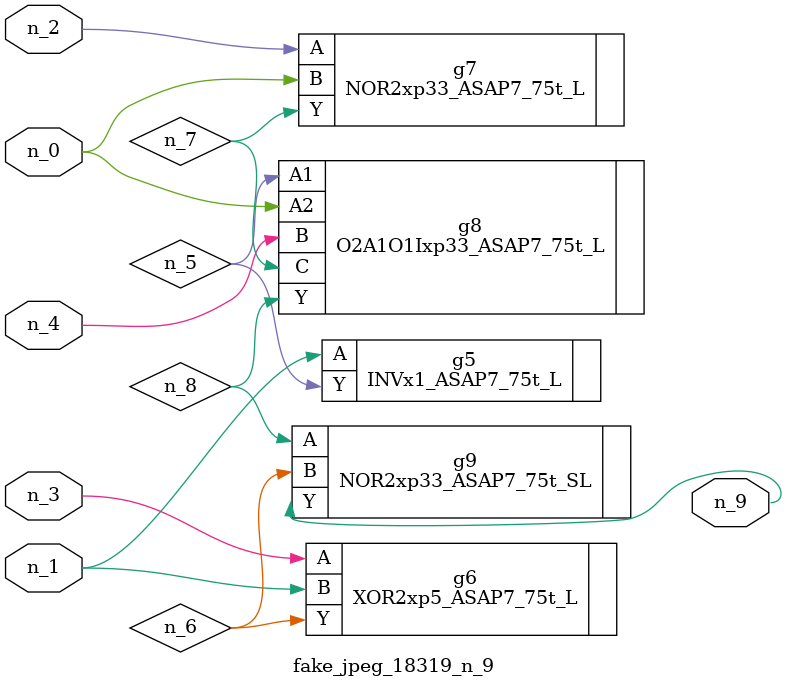
<source format=v>
module fake_jpeg_18319_n_9 (n_3, n_2, n_1, n_0, n_4, n_9);

input n_3;
input n_2;
input n_1;
input n_0;
input n_4;

output n_9;

wire n_8;
wire n_6;
wire n_5;
wire n_7;

INVx1_ASAP7_75t_L g5 ( 
.A(n_1),
.Y(n_5)
);

XOR2xp5_ASAP7_75t_L g6 ( 
.A(n_3),
.B(n_1),
.Y(n_6)
);

NOR2xp33_ASAP7_75t_L g7 ( 
.A(n_2),
.B(n_0),
.Y(n_7)
);

O2A1O1Ixp33_ASAP7_75t_L g8 ( 
.A1(n_5),
.A2(n_0),
.B(n_4),
.C(n_7),
.Y(n_8)
);

NOR2xp33_ASAP7_75t_SL g9 ( 
.A(n_8),
.B(n_6),
.Y(n_9)
);


endmodule
</source>
